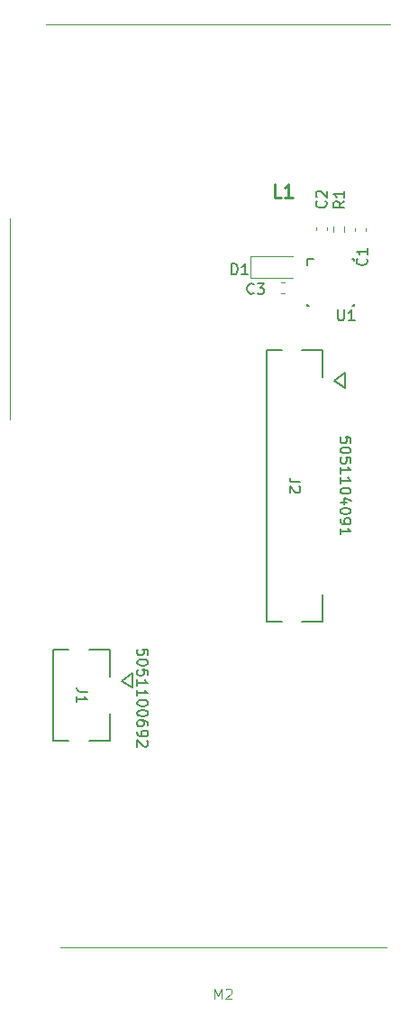
<source format=gto>
G04 #@! TF.GenerationSoftware,KiCad,Pcbnew,9.0.1+1*
G04 #@! TF.CreationDate,2025-11-12T15:12:09+00:00*
G04 #@! TF.ProjectId,lcd-panel,6c63642d-7061-46e6-956c-2e6b69636164,rev?*
G04 #@! TF.SameCoordinates,Original*
G04 #@! TF.FileFunction,Legend,Top*
G04 #@! TF.FilePolarity,Positive*
%FSLAX46Y46*%
G04 Gerber Fmt 4.6, Leading zero omitted, Abs format (unit mm)*
G04 Created by KiCad (PCBNEW 9.0.1+1) date 2025-11-12 15:12:09*
%MOMM*%
%LPD*%
G01*
G04 APERTURE LIST*
%ADD10C,0.100000*%
%ADD11C,0.150000*%
%ADD12C,0.254000*%
%ADD13C,0.050000*%
%ADD14C,0.120000*%
%ADD15C,0.200000*%
%ADD16C,0.152400*%
%ADD17R,2.540000X2.000000*%
%ADD18R,1.800000X4.500000*%
%ADD19R,0.599999X0.249999*%
%ADD20R,0.249999X0.599999*%
%ADD21C,0.500000*%
%ADD22R,2.600000X2.600000*%
%ADD23R,1.000000X0.300000*%
%ADD24R,1.300000X2.000000*%
G04 APERTURE END LIST*
D10*
X107590476Y-144067419D02*
X107590476Y-143067419D01*
X107590476Y-143067419D02*
X107923809Y-143781704D01*
X107923809Y-143781704D02*
X108257142Y-143067419D01*
X108257142Y-143067419D02*
X108257142Y-144067419D01*
X108685714Y-143162657D02*
X108733333Y-143115038D01*
X108733333Y-143115038D02*
X108828571Y-143067419D01*
X108828571Y-143067419D02*
X109066666Y-143067419D01*
X109066666Y-143067419D02*
X109161904Y-143115038D01*
X109161904Y-143115038D02*
X109209523Y-143162657D01*
X109209523Y-143162657D02*
X109257142Y-143257895D01*
X109257142Y-143257895D02*
X109257142Y-143353133D01*
X109257142Y-143353133D02*
X109209523Y-143495990D01*
X109209523Y-143495990D02*
X108638095Y-144067419D01*
X108638095Y-144067419D02*
X109257142Y-144067419D01*
D11*
X109241903Y-76059820D02*
X109241903Y-75059820D01*
X109241903Y-75059820D02*
X109479998Y-75059820D01*
X109479998Y-75059820D02*
X109622855Y-75107439D01*
X109622855Y-75107439D02*
X109718093Y-75202677D01*
X109718093Y-75202677D02*
X109765712Y-75297915D01*
X109765712Y-75297915D02*
X109813331Y-75488391D01*
X109813331Y-75488391D02*
X109813331Y-75631248D01*
X109813331Y-75631248D02*
X109765712Y-75821724D01*
X109765712Y-75821724D02*
X109718093Y-75916962D01*
X109718093Y-75916962D02*
X109622855Y-76012201D01*
X109622855Y-76012201D02*
X109479998Y-76059820D01*
X109479998Y-76059820D02*
X109241903Y-76059820D01*
X110765712Y-76059820D02*
X110194284Y-76059820D01*
X110479998Y-76059820D02*
X110479998Y-75059820D01*
X110479998Y-75059820D02*
X110384760Y-75202677D01*
X110384760Y-75202677D02*
X110289522Y-75297915D01*
X110289522Y-75297915D02*
X110194284Y-75345534D01*
X119824817Y-69211667D02*
X119348626Y-69545000D01*
X119824817Y-69783095D02*
X118824817Y-69783095D01*
X118824817Y-69783095D02*
X118824817Y-69402143D01*
X118824817Y-69402143D02*
X118872436Y-69306905D01*
X118872436Y-69306905D02*
X118920055Y-69259286D01*
X118920055Y-69259286D02*
X119015293Y-69211667D01*
X119015293Y-69211667D02*
X119158150Y-69211667D01*
X119158150Y-69211667D02*
X119253388Y-69259286D01*
X119253388Y-69259286D02*
X119301007Y-69306905D01*
X119301007Y-69306905D02*
X119348626Y-69402143D01*
X119348626Y-69402143D02*
X119348626Y-69783095D01*
X119824817Y-68259286D02*
X119824817Y-68830714D01*
X119824817Y-68545000D02*
X118824817Y-68545000D01*
X118824817Y-68545000D02*
X118967674Y-68640238D01*
X118967674Y-68640238D02*
X119062912Y-68735476D01*
X119062912Y-68735476D02*
X119110531Y-68830714D01*
X118069578Y-69181667D02*
X118117198Y-69229286D01*
X118117198Y-69229286D02*
X118164817Y-69372143D01*
X118164817Y-69372143D02*
X118164817Y-69467381D01*
X118164817Y-69467381D02*
X118117198Y-69610238D01*
X118117198Y-69610238D02*
X118021959Y-69705476D01*
X118021959Y-69705476D02*
X117926721Y-69753095D01*
X117926721Y-69753095D02*
X117736245Y-69800714D01*
X117736245Y-69800714D02*
X117593388Y-69800714D01*
X117593388Y-69800714D02*
X117402912Y-69753095D01*
X117402912Y-69753095D02*
X117307674Y-69705476D01*
X117307674Y-69705476D02*
X117212436Y-69610238D01*
X117212436Y-69610238D02*
X117164817Y-69467381D01*
X117164817Y-69467381D02*
X117164817Y-69372143D01*
X117164817Y-69372143D02*
X117212436Y-69229286D01*
X117212436Y-69229286D02*
X117260055Y-69181667D01*
X117260055Y-68800714D02*
X117212436Y-68753095D01*
X117212436Y-68753095D02*
X117164817Y-68657857D01*
X117164817Y-68657857D02*
X117164817Y-68419762D01*
X117164817Y-68419762D02*
X117212436Y-68324524D01*
X117212436Y-68324524D02*
X117260055Y-68276905D01*
X117260055Y-68276905D02*
X117355293Y-68229286D01*
X117355293Y-68229286D02*
X117450531Y-68229286D01*
X117450531Y-68229286D02*
X117593388Y-68276905D01*
X117593388Y-68276905D02*
X118164817Y-68848333D01*
X118164817Y-68848333D02*
X118164817Y-68229286D01*
D12*
X113868331Y-68829319D02*
X113263569Y-68829319D01*
X113263569Y-68829319D02*
X113263569Y-67559319D01*
X114956903Y-68829319D02*
X114231188Y-68829319D01*
X114594045Y-68829319D02*
X114594045Y-67559319D01*
X114594045Y-67559319D02*
X114473093Y-67740747D01*
X114473093Y-67740747D02*
X114352141Y-67861700D01*
X114352141Y-67861700D02*
X114231188Y-67922176D01*
D11*
X119238092Y-79374820D02*
X119238092Y-80184343D01*
X119238092Y-80184343D02*
X119285711Y-80279581D01*
X119285711Y-80279581D02*
X119333330Y-80327201D01*
X119333330Y-80327201D02*
X119428568Y-80374820D01*
X119428568Y-80374820D02*
X119619044Y-80374820D01*
X119619044Y-80374820D02*
X119714282Y-80327201D01*
X119714282Y-80327201D02*
X119761901Y-80279581D01*
X119761901Y-80279581D02*
X119809520Y-80184343D01*
X119809520Y-80184343D02*
X119809520Y-79374820D01*
X120809520Y-80374820D02*
X120238092Y-80374820D01*
X120523806Y-80374820D02*
X120523806Y-79374820D01*
X120523806Y-79374820D02*
X120428568Y-79517677D01*
X120428568Y-79517677D02*
X120333330Y-79612915D01*
X120333330Y-79612915D02*
X120238092Y-79660534D01*
X115695180Y-95556666D02*
X114980895Y-95556666D01*
X114980895Y-95556666D02*
X114838038Y-95509047D01*
X114838038Y-95509047D02*
X114742800Y-95413809D01*
X114742800Y-95413809D02*
X114695180Y-95270952D01*
X114695180Y-95270952D02*
X114695180Y-95175714D01*
X115599942Y-95985238D02*
X115647561Y-96032857D01*
X115647561Y-96032857D02*
X115695180Y-96128095D01*
X115695180Y-96128095D02*
X115695180Y-96366190D01*
X115695180Y-96366190D02*
X115647561Y-96461428D01*
X115647561Y-96461428D02*
X115599942Y-96509047D01*
X115599942Y-96509047D02*
X115504704Y-96556666D01*
X115504704Y-96556666D02*
X115409466Y-96556666D01*
X115409466Y-96556666D02*
X115266609Y-96509047D01*
X115266609Y-96509047D02*
X114695180Y-95937619D01*
X114695180Y-95937619D02*
X114695180Y-96556666D01*
X120439530Y-91842380D02*
X120439530Y-91366190D01*
X120439530Y-91366190D02*
X119963340Y-91318571D01*
X119963340Y-91318571D02*
X120010959Y-91366190D01*
X120010959Y-91366190D02*
X120058578Y-91461428D01*
X120058578Y-91461428D02*
X120058578Y-91699523D01*
X120058578Y-91699523D02*
X120010959Y-91794761D01*
X120010959Y-91794761D02*
X119963340Y-91842380D01*
X119963340Y-91842380D02*
X119868102Y-91889999D01*
X119868102Y-91889999D02*
X119630007Y-91889999D01*
X119630007Y-91889999D02*
X119534769Y-91842380D01*
X119534769Y-91842380D02*
X119487150Y-91794761D01*
X119487150Y-91794761D02*
X119439530Y-91699523D01*
X119439530Y-91699523D02*
X119439530Y-91461428D01*
X119439530Y-91461428D02*
X119487150Y-91366190D01*
X119487150Y-91366190D02*
X119534769Y-91318571D01*
X120439530Y-92509047D02*
X120439530Y-92604285D01*
X120439530Y-92604285D02*
X120391911Y-92699523D01*
X120391911Y-92699523D02*
X120344292Y-92747142D01*
X120344292Y-92747142D02*
X120249054Y-92794761D01*
X120249054Y-92794761D02*
X120058578Y-92842380D01*
X120058578Y-92842380D02*
X119820483Y-92842380D01*
X119820483Y-92842380D02*
X119630007Y-92794761D01*
X119630007Y-92794761D02*
X119534769Y-92747142D01*
X119534769Y-92747142D02*
X119487150Y-92699523D01*
X119487150Y-92699523D02*
X119439530Y-92604285D01*
X119439530Y-92604285D02*
X119439530Y-92509047D01*
X119439530Y-92509047D02*
X119487150Y-92413809D01*
X119487150Y-92413809D02*
X119534769Y-92366190D01*
X119534769Y-92366190D02*
X119630007Y-92318571D01*
X119630007Y-92318571D02*
X119820483Y-92270952D01*
X119820483Y-92270952D02*
X120058578Y-92270952D01*
X120058578Y-92270952D02*
X120249054Y-92318571D01*
X120249054Y-92318571D02*
X120344292Y-92366190D01*
X120344292Y-92366190D02*
X120391911Y-92413809D01*
X120391911Y-92413809D02*
X120439530Y-92509047D01*
X120439530Y-93747142D02*
X120439530Y-93270952D01*
X120439530Y-93270952D02*
X119963340Y-93223333D01*
X119963340Y-93223333D02*
X120010959Y-93270952D01*
X120010959Y-93270952D02*
X120058578Y-93366190D01*
X120058578Y-93366190D02*
X120058578Y-93604285D01*
X120058578Y-93604285D02*
X120010959Y-93699523D01*
X120010959Y-93699523D02*
X119963340Y-93747142D01*
X119963340Y-93747142D02*
X119868102Y-93794761D01*
X119868102Y-93794761D02*
X119630007Y-93794761D01*
X119630007Y-93794761D02*
X119534769Y-93747142D01*
X119534769Y-93747142D02*
X119487150Y-93699523D01*
X119487150Y-93699523D02*
X119439530Y-93604285D01*
X119439530Y-93604285D02*
X119439530Y-93366190D01*
X119439530Y-93366190D02*
X119487150Y-93270952D01*
X119487150Y-93270952D02*
X119534769Y-93223333D01*
X119439530Y-94747142D02*
X119439530Y-94175714D01*
X119439530Y-94461428D02*
X120439530Y-94461428D01*
X120439530Y-94461428D02*
X120296673Y-94366190D01*
X120296673Y-94366190D02*
X120201435Y-94270952D01*
X120201435Y-94270952D02*
X120153816Y-94175714D01*
X119439530Y-95699523D02*
X119439530Y-95128095D01*
X119439530Y-95413809D02*
X120439530Y-95413809D01*
X120439530Y-95413809D02*
X120296673Y-95318571D01*
X120296673Y-95318571D02*
X120201435Y-95223333D01*
X120201435Y-95223333D02*
X120153816Y-95128095D01*
X120439530Y-96318571D02*
X120439530Y-96413809D01*
X120439530Y-96413809D02*
X120391911Y-96509047D01*
X120391911Y-96509047D02*
X120344292Y-96556666D01*
X120344292Y-96556666D02*
X120249054Y-96604285D01*
X120249054Y-96604285D02*
X120058578Y-96651904D01*
X120058578Y-96651904D02*
X119820483Y-96651904D01*
X119820483Y-96651904D02*
X119630007Y-96604285D01*
X119630007Y-96604285D02*
X119534769Y-96556666D01*
X119534769Y-96556666D02*
X119487150Y-96509047D01*
X119487150Y-96509047D02*
X119439530Y-96413809D01*
X119439530Y-96413809D02*
X119439530Y-96318571D01*
X119439530Y-96318571D02*
X119487150Y-96223333D01*
X119487150Y-96223333D02*
X119534769Y-96175714D01*
X119534769Y-96175714D02*
X119630007Y-96128095D01*
X119630007Y-96128095D02*
X119820483Y-96080476D01*
X119820483Y-96080476D02*
X120058578Y-96080476D01*
X120058578Y-96080476D02*
X120249054Y-96128095D01*
X120249054Y-96128095D02*
X120344292Y-96175714D01*
X120344292Y-96175714D02*
X120391911Y-96223333D01*
X120391911Y-96223333D02*
X120439530Y-96318571D01*
X120106197Y-97509047D02*
X119439530Y-97509047D01*
X120487150Y-97270952D02*
X119772864Y-97032857D01*
X119772864Y-97032857D02*
X119772864Y-97651904D01*
X120439530Y-98223333D02*
X120439530Y-98318571D01*
X120439530Y-98318571D02*
X120391911Y-98413809D01*
X120391911Y-98413809D02*
X120344292Y-98461428D01*
X120344292Y-98461428D02*
X120249054Y-98509047D01*
X120249054Y-98509047D02*
X120058578Y-98556666D01*
X120058578Y-98556666D02*
X119820483Y-98556666D01*
X119820483Y-98556666D02*
X119630007Y-98509047D01*
X119630007Y-98509047D02*
X119534769Y-98461428D01*
X119534769Y-98461428D02*
X119487150Y-98413809D01*
X119487150Y-98413809D02*
X119439530Y-98318571D01*
X119439530Y-98318571D02*
X119439530Y-98223333D01*
X119439530Y-98223333D02*
X119487150Y-98128095D01*
X119487150Y-98128095D02*
X119534769Y-98080476D01*
X119534769Y-98080476D02*
X119630007Y-98032857D01*
X119630007Y-98032857D02*
X119820483Y-97985238D01*
X119820483Y-97985238D02*
X120058578Y-97985238D01*
X120058578Y-97985238D02*
X120249054Y-98032857D01*
X120249054Y-98032857D02*
X120344292Y-98080476D01*
X120344292Y-98080476D02*
X120391911Y-98128095D01*
X120391911Y-98128095D02*
X120439530Y-98223333D01*
X119439530Y-99032857D02*
X119439530Y-99223333D01*
X119439530Y-99223333D02*
X119487150Y-99318571D01*
X119487150Y-99318571D02*
X119534769Y-99366190D01*
X119534769Y-99366190D02*
X119677626Y-99461428D01*
X119677626Y-99461428D02*
X119868102Y-99509047D01*
X119868102Y-99509047D02*
X120249054Y-99509047D01*
X120249054Y-99509047D02*
X120344292Y-99461428D01*
X120344292Y-99461428D02*
X120391911Y-99413809D01*
X120391911Y-99413809D02*
X120439530Y-99318571D01*
X120439530Y-99318571D02*
X120439530Y-99128095D01*
X120439530Y-99128095D02*
X120391911Y-99032857D01*
X120391911Y-99032857D02*
X120344292Y-98985238D01*
X120344292Y-98985238D02*
X120249054Y-98937619D01*
X120249054Y-98937619D02*
X120010959Y-98937619D01*
X120010959Y-98937619D02*
X119915721Y-98985238D01*
X119915721Y-98985238D02*
X119868102Y-99032857D01*
X119868102Y-99032857D02*
X119820483Y-99128095D01*
X119820483Y-99128095D02*
X119820483Y-99318571D01*
X119820483Y-99318571D02*
X119868102Y-99413809D01*
X119868102Y-99413809D02*
X119915721Y-99461428D01*
X119915721Y-99461428D02*
X120010959Y-99509047D01*
X119439530Y-100461428D02*
X119439530Y-99890000D01*
X119439530Y-100175714D02*
X120439530Y-100175714D01*
X120439530Y-100175714D02*
X120296673Y-100080476D01*
X120296673Y-100080476D02*
X120201435Y-99985238D01*
X120201435Y-99985238D02*
X120153816Y-99890000D01*
X111323331Y-77814581D02*
X111275712Y-77862201D01*
X111275712Y-77862201D02*
X111132855Y-77909820D01*
X111132855Y-77909820D02*
X111037617Y-77909820D01*
X111037617Y-77909820D02*
X110894760Y-77862201D01*
X110894760Y-77862201D02*
X110799522Y-77766962D01*
X110799522Y-77766962D02*
X110751903Y-77671724D01*
X110751903Y-77671724D02*
X110704284Y-77481248D01*
X110704284Y-77481248D02*
X110704284Y-77338391D01*
X110704284Y-77338391D02*
X110751903Y-77147915D01*
X110751903Y-77147915D02*
X110799522Y-77052677D01*
X110799522Y-77052677D02*
X110894760Y-76957439D01*
X110894760Y-76957439D02*
X111037617Y-76909820D01*
X111037617Y-76909820D02*
X111132855Y-76909820D01*
X111132855Y-76909820D02*
X111275712Y-76957439D01*
X111275712Y-76957439D02*
X111323331Y-77005058D01*
X111656665Y-76909820D02*
X112275712Y-76909820D01*
X112275712Y-76909820D02*
X111942379Y-77290772D01*
X111942379Y-77290772D02*
X112085236Y-77290772D01*
X112085236Y-77290772D02*
X112180474Y-77338391D01*
X112180474Y-77338391D02*
X112228093Y-77386010D01*
X112228093Y-77386010D02*
X112275712Y-77481248D01*
X112275712Y-77481248D02*
X112275712Y-77719343D01*
X112275712Y-77719343D02*
X112228093Y-77814581D01*
X112228093Y-77814581D02*
X112180474Y-77862201D01*
X112180474Y-77862201D02*
X112085236Y-77909820D01*
X112085236Y-77909820D02*
X111799522Y-77909820D01*
X111799522Y-77909820D02*
X111704284Y-77862201D01*
X111704284Y-77862201D02*
X111656665Y-77814581D01*
X95695179Y-115216664D02*
X94980894Y-115216664D01*
X94980894Y-115216664D02*
X94838037Y-115169045D01*
X94838037Y-115169045D02*
X94742799Y-115073807D01*
X94742799Y-115073807D02*
X94695179Y-114930950D01*
X94695179Y-114930950D02*
X94695179Y-114835712D01*
X94695179Y-116216664D02*
X94695179Y-115645236D01*
X94695179Y-115930950D02*
X95695179Y-115930950D01*
X95695179Y-115930950D02*
X95552322Y-115835712D01*
X95552322Y-115835712D02*
X95457084Y-115740474D01*
X95457084Y-115740474D02*
X95409465Y-115645236D01*
X101365179Y-111762378D02*
X101365179Y-111286188D01*
X101365179Y-111286188D02*
X100888989Y-111238569D01*
X100888989Y-111238569D02*
X100936608Y-111286188D01*
X100936608Y-111286188D02*
X100984227Y-111381426D01*
X100984227Y-111381426D02*
X100984227Y-111619521D01*
X100984227Y-111619521D02*
X100936608Y-111714759D01*
X100936608Y-111714759D02*
X100888989Y-111762378D01*
X100888989Y-111762378D02*
X100793751Y-111809997D01*
X100793751Y-111809997D02*
X100555656Y-111809997D01*
X100555656Y-111809997D02*
X100460418Y-111762378D01*
X100460418Y-111762378D02*
X100412799Y-111714759D01*
X100412799Y-111714759D02*
X100365179Y-111619521D01*
X100365179Y-111619521D02*
X100365179Y-111381426D01*
X100365179Y-111381426D02*
X100412799Y-111286188D01*
X100412799Y-111286188D02*
X100460418Y-111238569D01*
X101365179Y-112429045D02*
X101365179Y-112524283D01*
X101365179Y-112524283D02*
X101317560Y-112619521D01*
X101317560Y-112619521D02*
X101269941Y-112667140D01*
X101269941Y-112667140D02*
X101174703Y-112714759D01*
X101174703Y-112714759D02*
X100984227Y-112762378D01*
X100984227Y-112762378D02*
X100746132Y-112762378D01*
X100746132Y-112762378D02*
X100555656Y-112714759D01*
X100555656Y-112714759D02*
X100460418Y-112667140D01*
X100460418Y-112667140D02*
X100412799Y-112619521D01*
X100412799Y-112619521D02*
X100365179Y-112524283D01*
X100365179Y-112524283D02*
X100365179Y-112429045D01*
X100365179Y-112429045D02*
X100412799Y-112333807D01*
X100412799Y-112333807D02*
X100460418Y-112286188D01*
X100460418Y-112286188D02*
X100555656Y-112238569D01*
X100555656Y-112238569D02*
X100746132Y-112190950D01*
X100746132Y-112190950D02*
X100984227Y-112190950D01*
X100984227Y-112190950D02*
X101174703Y-112238569D01*
X101174703Y-112238569D02*
X101269941Y-112286188D01*
X101269941Y-112286188D02*
X101317560Y-112333807D01*
X101317560Y-112333807D02*
X101365179Y-112429045D01*
X101365179Y-113667140D02*
X101365179Y-113190950D01*
X101365179Y-113190950D02*
X100888989Y-113143331D01*
X100888989Y-113143331D02*
X100936608Y-113190950D01*
X100936608Y-113190950D02*
X100984227Y-113286188D01*
X100984227Y-113286188D02*
X100984227Y-113524283D01*
X100984227Y-113524283D02*
X100936608Y-113619521D01*
X100936608Y-113619521D02*
X100888989Y-113667140D01*
X100888989Y-113667140D02*
X100793751Y-113714759D01*
X100793751Y-113714759D02*
X100555656Y-113714759D01*
X100555656Y-113714759D02*
X100460418Y-113667140D01*
X100460418Y-113667140D02*
X100412799Y-113619521D01*
X100412799Y-113619521D02*
X100365179Y-113524283D01*
X100365179Y-113524283D02*
X100365179Y-113286188D01*
X100365179Y-113286188D02*
X100412799Y-113190950D01*
X100412799Y-113190950D02*
X100460418Y-113143331D01*
X100365179Y-114667140D02*
X100365179Y-114095712D01*
X100365179Y-114381426D02*
X101365179Y-114381426D01*
X101365179Y-114381426D02*
X101222322Y-114286188D01*
X101222322Y-114286188D02*
X101127084Y-114190950D01*
X101127084Y-114190950D02*
X101079465Y-114095712D01*
X100365179Y-115619521D02*
X100365179Y-115048093D01*
X100365179Y-115333807D02*
X101365179Y-115333807D01*
X101365179Y-115333807D02*
X101222322Y-115238569D01*
X101222322Y-115238569D02*
X101127084Y-115143331D01*
X101127084Y-115143331D02*
X101079465Y-115048093D01*
X101365179Y-116238569D02*
X101365179Y-116333807D01*
X101365179Y-116333807D02*
X101317560Y-116429045D01*
X101317560Y-116429045D02*
X101269941Y-116476664D01*
X101269941Y-116476664D02*
X101174703Y-116524283D01*
X101174703Y-116524283D02*
X100984227Y-116571902D01*
X100984227Y-116571902D02*
X100746132Y-116571902D01*
X100746132Y-116571902D02*
X100555656Y-116524283D01*
X100555656Y-116524283D02*
X100460418Y-116476664D01*
X100460418Y-116476664D02*
X100412799Y-116429045D01*
X100412799Y-116429045D02*
X100365179Y-116333807D01*
X100365179Y-116333807D02*
X100365179Y-116238569D01*
X100365179Y-116238569D02*
X100412799Y-116143331D01*
X100412799Y-116143331D02*
X100460418Y-116095712D01*
X100460418Y-116095712D02*
X100555656Y-116048093D01*
X100555656Y-116048093D02*
X100746132Y-116000474D01*
X100746132Y-116000474D02*
X100984227Y-116000474D01*
X100984227Y-116000474D02*
X101174703Y-116048093D01*
X101174703Y-116048093D02*
X101269941Y-116095712D01*
X101269941Y-116095712D02*
X101317560Y-116143331D01*
X101317560Y-116143331D02*
X101365179Y-116238569D01*
X101365179Y-117190950D02*
X101365179Y-117286188D01*
X101365179Y-117286188D02*
X101317560Y-117381426D01*
X101317560Y-117381426D02*
X101269941Y-117429045D01*
X101269941Y-117429045D02*
X101174703Y-117476664D01*
X101174703Y-117476664D02*
X100984227Y-117524283D01*
X100984227Y-117524283D02*
X100746132Y-117524283D01*
X100746132Y-117524283D02*
X100555656Y-117476664D01*
X100555656Y-117476664D02*
X100460418Y-117429045D01*
X100460418Y-117429045D02*
X100412799Y-117381426D01*
X100412799Y-117381426D02*
X100365179Y-117286188D01*
X100365179Y-117286188D02*
X100365179Y-117190950D01*
X100365179Y-117190950D02*
X100412799Y-117095712D01*
X100412799Y-117095712D02*
X100460418Y-117048093D01*
X100460418Y-117048093D02*
X100555656Y-117000474D01*
X100555656Y-117000474D02*
X100746132Y-116952855D01*
X100746132Y-116952855D02*
X100984227Y-116952855D01*
X100984227Y-116952855D02*
X101174703Y-117000474D01*
X101174703Y-117000474D02*
X101269941Y-117048093D01*
X101269941Y-117048093D02*
X101317560Y-117095712D01*
X101317560Y-117095712D02*
X101365179Y-117190950D01*
X101365179Y-118381426D02*
X101365179Y-118190950D01*
X101365179Y-118190950D02*
X101317560Y-118095712D01*
X101317560Y-118095712D02*
X101269941Y-118048093D01*
X101269941Y-118048093D02*
X101127084Y-117952855D01*
X101127084Y-117952855D02*
X100936608Y-117905236D01*
X100936608Y-117905236D02*
X100555656Y-117905236D01*
X100555656Y-117905236D02*
X100460418Y-117952855D01*
X100460418Y-117952855D02*
X100412799Y-118000474D01*
X100412799Y-118000474D02*
X100365179Y-118095712D01*
X100365179Y-118095712D02*
X100365179Y-118286188D01*
X100365179Y-118286188D02*
X100412799Y-118381426D01*
X100412799Y-118381426D02*
X100460418Y-118429045D01*
X100460418Y-118429045D02*
X100555656Y-118476664D01*
X100555656Y-118476664D02*
X100793751Y-118476664D01*
X100793751Y-118476664D02*
X100888989Y-118429045D01*
X100888989Y-118429045D02*
X100936608Y-118381426D01*
X100936608Y-118381426D02*
X100984227Y-118286188D01*
X100984227Y-118286188D02*
X100984227Y-118095712D01*
X100984227Y-118095712D02*
X100936608Y-118000474D01*
X100936608Y-118000474D02*
X100888989Y-117952855D01*
X100888989Y-117952855D02*
X100793751Y-117905236D01*
X100365179Y-118952855D02*
X100365179Y-119143331D01*
X100365179Y-119143331D02*
X100412799Y-119238569D01*
X100412799Y-119238569D02*
X100460418Y-119286188D01*
X100460418Y-119286188D02*
X100603275Y-119381426D01*
X100603275Y-119381426D02*
X100793751Y-119429045D01*
X100793751Y-119429045D02*
X101174703Y-119429045D01*
X101174703Y-119429045D02*
X101269941Y-119381426D01*
X101269941Y-119381426D02*
X101317560Y-119333807D01*
X101317560Y-119333807D02*
X101365179Y-119238569D01*
X101365179Y-119238569D02*
X101365179Y-119048093D01*
X101365179Y-119048093D02*
X101317560Y-118952855D01*
X101317560Y-118952855D02*
X101269941Y-118905236D01*
X101269941Y-118905236D02*
X101174703Y-118857617D01*
X101174703Y-118857617D02*
X100936608Y-118857617D01*
X100936608Y-118857617D02*
X100841370Y-118905236D01*
X100841370Y-118905236D02*
X100793751Y-118952855D01*
X100793751Y-118952855D02*
X100746132Y-119048093D01*
X100746132Y-119048093D02*
X100746132Y-119238569D01*
X100746132Y-119238569D02*
X100793751Y-119333807D01*
X100793751Y-119333807D02*
X100841370Y-119381426D01*
X100841370Y-119381426D02*
X100936608Y-119429045D01*
X101269941Y-119809998D02*
X101317560Y-119857617D01*
X101317560Y-119857617D02*
X101365179Y-119952855D01*
X101365179Y-119952855D02*
X101365179Y-120190950D01*
X101365179Y-120190950D02*
X101317560Y-120286188D01*
X101317560Y-120286188D02*
X101269941Y-120333807D01*
X101269941Y-120333807D02*
X101174703Y-120381426D01*
X101174703Y-120381426D02*
X101079465Y-120381426D01*
X101079465Y-120381426D02*
X100936608Y-120333807D01*
X100936608Y-120333807D02*
X100365179Y-119762379D01*
X100365179Y-119762379D02*
X100365179Y-120381426D01*
X121889580Y-74586666D02*
X121937200Y-74634285D01*
X121937200Y-74634285D02*
X121984819Y-74777142D01*
X121984819Y-74777142D02*
X121984819Y-74872380D01*
X121984819Y-74872380D02*
X121937200Y-75015237D01*
X121937200Y-75015237D02*
X121841961Y-75110475D01*
X121841961Y-75110475D02*
X121746723Y-75158094D01*
X121746723Y-75158094D02*
X121556247Y-75205713D01*
X121556247Y-75205713D02*
X121413390Y-75205713D01*
X121413390Y-75205713D02*
X121222914Y-75158094D01*
X121222914Y-75158094D02*
X121127676Y-75110475D01*
X121127676Y-75110475D02*
X121032438Y-75015237D01*
X121032438Y-75015237D02*
X120984819Y-74872380D01*
X120984819Y-74872380D02*
X120984819Y-74777142D01*
X120984819Y-74777142D02*
X121032438Y-74634285D01*
X121032438Y-74634285D02*
X121080057Y-74586666D01*
X121984819Y-73634285D02*
X121984819Y-74205713D01*
X121984819Y-73919999D02*
X120984819Y-73919999D01*
X120984819Y-73919999D02*
X121127676Y-74015237D01*
X121127676Y-74015237D02*
X121222914Y-74110475D01*
X121222914Y-74110475D02*
X121270533Y-74205713D01*
D13*
X88390000Y-70830000D02*
X88400000Y-89720000D01*
X93100000Y-139210000D02*
X123750000Y-139210000D01*
X124140000Y-52570000D02*
X91820000Y-52570000D01*
D14*
X110989998Y-74395001D02*
X110989998Y-76395001D01*
X110989998Y-74395001D02*
X114999998Y-74395001D01*
X110989998Y-76395001D02*
X114999998Y-76395001D01*
X118777498Y-71540277D02*
X118777498Y-72049725D01*
X119822498Y-71540277D02*
X119822498Y-72049725D01*
X117169998Y-71638734D02*
X117169998Y-71931268D01*
X118189998Y-71638734D02*
X118189998Y-71931268D01*
D15*
X116305000Y-74595002D02*
X116954999Y-74595002D01*
X116305000Y-75245000D02*
X116305000Y-74595002D01*
X116305000Y-79045000D02*
X116305000Y-78845001D01*
X116305000Y-79045000D02*
X116505000Y-79045000D01*
X120554999Y-74595002D02*
X120754999Y-74595002D01*
X120554999Y-79045000D02*
X120754999Y-79045000D01*
X120754999Y-74795001D02*
X120754999Y-74595002D01*
X120754999Y-79045000D02*
X120754999Y-78845001D01*
D16*
X112500000Y-83140026D02*
X112500000Y-108639974D01*
X112500000Y-108639974D02*
X113929961Y-108639974D01*
X113929961Y-83140026D02*
X112500000Y-83140026D01*
X115870040Y-108639974D02*
X117800000Y-108639974D01*
X117800000Y-83140026D02*
X115870040Y-83140026D01*
X117800000Y-85669959D02*
X117800000Y-83140026D01*
X117800000Y-108639974D02*
X117800000Y-106110038D01*
X119886000Y-85299026D02*
X118870000Y-86061026D01*
X119886000Y-85299026D02*
X119886000Y-86696026D01*
X119886000Y-86696026D02*
X118870000Y-86061026D01*
D14*
X113903731Y-76845001D02*
X114196265Y-76845001D01*
X113903731Y-77865001D02*
X114196265Y-77865001D01*
D16*
X92499999Y-111300007D02*
X92499999Y-119799989D01*
X92499999Y-119799989D02*
X93929960Y-119799989D01*
X93929960Y-111300007D02*
X92499999Y-111300007D01*
X95870039Y-119799989D02*
X97799999Y-119799989D01*
X97799999Y-111300007D02*
X95870039Y-111300007D01*
X97799999Y-113829958D02*
X97799999Y-111300007D01*
X97799999Y-119799989D02*
X97799999Y-117270038D01*
X99885999Y-113459006D02*
X98869999Y-114221007D01*
X99885999Y-113459006D02*
X99885999Y-114856006D01*
X99885999Y-114856006D02*
X98869999Y-114221007D01*
D14*
X120860000Y-71713733D02*
X120860000Y-72006267D01*
X121880000Y-71713733D02*
X121880000Y-72006267D01*
%LPC*%
D17*
X88400000Y-51440000D03*
G36*
G01*
X90725000Y-51065000D02*
X90725000Y-51815000D01*
G75*
G02*
X90475000Y-52065000I-250000J0D01*
G01*
X89725000Y-52065000D01*
G75*
G02*
X89475000Y-51815000I0J250000D01*
G01*
X89475000Y-51065000D01*
G75*
G02*
X89725000Y-50815000I250000J0D01*
G01*
X90475000Y-50815000D01*
G75*
G02*
X90725000Y-51065000I0J-250000D01*
G01*
G37*
X88400000Y-53980000D03*
G36*
G01*
X90725000Y-53605000D02*
X90725000Y-54355000D01*
G75*
G02*
X90475000Y-54605000I-250000J0D01*
G01*
X89725000Y-54605000D01*
G75*
G02*
X89475000Y-54355000I0J250000D01*
G01*
X89475000Y-53605000D01*
G75*
G02*
X89725000Y-53355000I250000J0D01*
G01*
X90475000Y-53355000D01*
G75*
G02*
X90725000Y-53605000I0J-250000D01*
G01*
G37*
X88400000Y-56520000D03*
G36*
G01*
X90725000Y-56145000D02*
X90725000Y-56895000D01*
G75*
G02*
X90475000Y-57145000I-250000J0D01*
G01*
X89725000Y-57145000D01*
G75*
G02*
X89475000Y-56895000I0J250000D01*
G01*
X89475000Y-56145000D01*
G75*
G02*
X89725000Y-55895000I250000J0D01*
G01*
X90475000Y-55895000D01*
G75*
G02*
X90725000Y-56145000I0J-250000D01*
G01*
G37*
X88400000Y-59060000D03*
G36*
G01*
X90725000Y-58685000D02*
X90725000Y-59435000D01*
G75*
G02*
X90475000Y-59685000I-250000J0D01*
G01*
X89725000Y-59685000D01*
G75*
G02*
X89475000Y-59435000I0J250000D01*
G01*
X89475000Y-58685000D01*
G75*
G02*
X89725000Y-58435000I250000J0D01*
G01*
X90475000Y-58435000D01*
G75*
G02*
X90725000Y-58685000I0J-250000D01*
G01*
G37*
X88400000Y-61600000D03*
G36*
G01*
X90725000Y-61225000D02*
X90725000Y-61975000D01*
G75*
G02*
X90475000Y-62225000I-250000J0D01*
G01*
X89725000Y-62225000D01*
G75*
G02*
X89475000Y-61975000I0J250000D01*
G01*
X89475000Y-61225000D01*
G75*
G02*
X89725000Y-60975000I250000J0D01*
G01*
X90475000Y-60975000D01*
G75*
G02*
X90725000Y-61225000I0J-250000D01*
G01*
G37*
X88400000Y-64140000D03*
G36*
G01*
X90725000Y-63765000D02*
X90725000Y-64515000D01*
G75*
G02*
X90475000Y-64765000I-250000J0D01*
G01*
X89725000Y-64765000D01*
G75*
G02*
X89475000Y-64515000I0J250000D01*
G01*
X89475000Y-63765000D01*
G75*
G02*
X89725000Y-63515000I250000J0D01*
G01*
X90475000Y-63515000D01*
G75*
G02*
X90725000Y-63765000I0J-250000D01*
G01*
G37*
X88400000Y-66680000D03*
G36*
G01*
X90725000Y-66305000D02*
X90725000Y-67055000D01*
G75*
G02*
X90475000Y-67305000I-250000J0D01*
G01*
X89725000Y-67305000D01*
G75*
G02*
X89475000Y-67055000I0J250000D01*
G01*
X89475000Y-66305000D01*
G75*
G02*
X89725000Y-66055000I250000J0D01*
G01*
X90475000Y-66055000D01*
G75*
G02*
X90725000Y-66305000I0J-250000D01*
G01*
G37*
X88400000Y-69220000D03*
G36*
G01*
X90725000Y-68845000D02*
X90725000Y-69595000D01*
G75*
G02*
X90475000Y-69845000I-250000J0D01*
G01*
X89725000Y-69845000D01*
G75*
G02*
X89475000Y-69595000I0J250000D01*
G01*
X89475000Y-68845000D01*
G75*
G02*
X89725000Y-68595000I250000J0D01*
G01*
X90475000Y-68595000D01*
G75*
G02*
X90725000Y-68845000I0J-250000D01*
G01*
G37*
X88400000Y-92080000D03*
G36*
G01*
X90725000Y-91705000D02*
X90725000Y-92455000D01*
G75*
G02*
X90475000Y-92705000I-250000J0D01*
G01*
X89725000Y-92705000D01*
G75*
G02*
X89475000Y-92455000I0J250000D01*
G01*
X89475000Y-91705000D01*
G75*
G02*
X89725000Y-91455000I250000J0D01*
G01*
X90475000Y-91455000D01*
G75*
G02*
X90725000Y-91705000I0J-250000D01*
G01*
G37*
X88400000Y-94620000D03*
G36*
G01*
X90725000Y-94245000D02*
X90725000Y-94995000D01*
G75*
G02*
X90475000Y-95245000I-250000J0D01*
G01*
X89725000Y-95245000D01*
G75*
G02*
X89475000Y-94995000I0J250000D01*
G01*
X89475000Y-94245000D01*
G75*
G02*
X89725000Y-93995000I250000J0D01*
G01*
X90475000Y-93995000D01*
G75*
G02*
X90725000Y-94245000I0J-250000D01*
G01*
G37*
X88400000Y-97160000D03*
G36*
G01*
X90725000Y-96785000D02*
X90725000Y-97535000D01*
G75*
G02*
X90475000Y-97785000I-250000J0D01*
G01*
X89725000Y-97785000D01*
G75*
G02*
X89475000Y-97535000I0J250000D01*
G01*
X89475000Y-96785000D01*
G75*
G02*
X89725000Y-96535000I250000J0D01*
G01*
X90475000Y-96535000D01*
G75*
G02*
X90725000Y-96785000I0J-250000D01*
G01*
G37*
X88400000Y-99700000D03*
G36*
G01*
X90725000Y-99325000D02*
X90725000Y-100075000D01*
G75*
G02*
X90475000Y-100325000I-250000J0D01*
G01*
X89725000Y-100325000D01*
G75*
G02*
X89475000Y-100075000I0J250000D01*
G01*
X89475000Y-99325000D01*
G75*
G02*
X89725000Y-99075000I250000J0D01*
G01*
X90475000Y-99075000D01*
G75*
G02*
X90725000Y-99325000I0J-250000D01*
G01*
G37*
X88400000Y-102240000D03*
G36*
G01*
X90725000Y-101865000D02*
X90725000Y-102615000D01*
G75*
G02*
X90475000Y-102865000I-250000J0D01*
G01*
X89725000Y-102865000D01*
G75*
G02*
X89475000Y-102615000I0J250000D01*
G01*
X89475000Y-101865000D01*
G75*
G02*
X89725000Y-101615000I250000J0D01*
G01*
X90475000Y-101615000D01*
G75*
G02*
X90725000Y-101865000I0J-250000D01*
G01*
G37*
X88400000Y-104780000D03*
G36*
G01*
X90725000Y-104405000D02*
X90725000Y-105155000D01*
G75*
G02*
X90475000Y-105405000I-250000J0D01*
G01*
X89725000Y-105405000D01*
G75*
G02*
X89475000Y-105155000I0J250000D01*
G01*
X89475000Y-104405000D01*
G75*
G02*
X89725000Y-104155000I250000J0D01*
G01*
X90475000Y-104155000D01*
G75*
G02*
X90725000Y-104405000I0J-250000D01*
G01*
G37*
X88400000Y-107320000D03*
G36*
G01*
X90725000Y-106945000D02*
X90725000Y-107695000D01*
G75*
G02*
X90475000Y-107945000I-250000J0D01*
G01*
X89725000Y-107945000D01*
G75*
G02*
X89475000Y-107695000I0J250000D01*
G01*
X89475000Y-106945000D01*
G75*
G02*
X89725000Y-106695000I250000J0D01*
G01*
X90475000Y-106695000D01*
G75*
G02*
X90725000Y-106945000I0J-250000D01*
G01*
G37*
X88400000Y-109860000D03*
G36*
G01*
X90725000Y-109485000D02*
X90725000Y-110235000D01*
G75*
G02*
X90475000Y-110485000I-250000J0D01*
G01*
X89725000Y-110485000D01*
G75*
G02*
X89475000Y-110235000I0J250000D01*
G01*
X89475000Y-109485000D01*
G75*
G02*
X89725000Y-109235000I250000J0D01*
G01*
X90475000Y-109235000D01*
G75*
G02*
X90725000Y-109485000I0J-250000D01*
G01*
G37*
X88400000Y-112400000D03*
G36*
G01*
X90725000Y-112025000D02*
X90725000Y-112775000D01*
G75*
G02*
X90475000Y-113025000I-250000J0D01*
G01*
X89725000Y-113025000D01*
G75*
G02*
X89475000Y-112775000I0J250000D01*
G01*
X89475000Y-112025000D01*
G75*
G02*
X89725000Y-111775000I250000J0D01*
G01*
X90475000Y-111775000D01*
G75*
G02*
X90725000Y-112025000I0J-250000D01*
G01*
G37*
X88400000Y-114940000D03*
G36*
G01*
X90725000Y-114565000D02*
X90725000Y-115315000D01*
G75*
G02*
X90475000Y-115565000I-250000J0D01*
G01*
X89725000Y-115565000D01*
G75*
G02*
X89475000Y-115315000I0J250000D01*
G01*
X89475000Y-114565000D01*
G75*
G02*
X89725000Y-114315000I250000J0D01*
G01*
X90475000Y-114315000D01*
G75*
G02*
X90725000Y-114565000I0J-250000D01*
G01*
G37*
X88400000Y-117480000D03*
G36*
G01*
X90725000Y-117105000D02*
X90725000Y-117855000D01*
G75*
G02*
X90475000Y-118105000I-250000J0D01*
G01*
X89725000Y-118105000D01*
G75*
G02*
X89475000Y-117855000I0J250000D01*
G01*
X89475000Y-117105000D01*
G75*
G02*
X89725000Y-116855000I250000J0D01*
G01*
X90475000Y-116855000D01*
G75*
G02*
X90725000Y-117105000I0J-250000D01*
G01*
G37*
X88400000Y-120020000D03*
G36*
G01*
X90725000Y-119645000D02*
X90725000Y-120395000D01*
G75*
G02*
X90475000Y-120645000I-250000J0D01*
G01*
X89725000Y-120645000D01*
G75*
G02*
X89475000Y-120395000I0J250000D01*
G01*
X89475000Y-119645000D01*
G75*
G02*
X89725000Y-119395000I250000J0D01*
G01*
X90475000Y-119395000D01*
G75*
G02*
X90725000Y-119645000I0J-250000D01*
G01*
G37*
X88400000Y-122560000D03*
G36*
G01*
X90725000Y-122185000D02*
X90725000Y-122935000D01*
G75*
G02*
X90475000Y-123185000I-250000J0D01*
G01*
X89725000Y-123185000D01*
G75*
G02*
X89475000Y-122935000I0J250000D01*
G01*
X89475000Y-122185000D01*
G75*
G02*
X89725000Y-121935000I250000J0D01*
G01*
X90475000Y-121935000D01*
G75*
G02*
X90725000Y-122185000I0J-250000D01*
G01*
G37*
X88400000Y-125100000D03*
G36*
G01*
X90725000Y-124725000D02*
X90725000Y-125475000D01*
G75*
G02*
X90475000Y-125725000I-250000J0D01*
G01*
X89725000Y-125725000D01*
G75*
G02*
X89475000Y-125475000I0J250000D01*
G01*
X89475000Y-124725000D01*
G75*
G02*
X89725000Y-124475000I250000J0D01*
G01*
X90475000Y-124475000D01*
G75*
G02*
X90725000Y-124725000I0J-250000D01*
G01*
G37*
X88400000Y-127640000D03*
G36*
G01*
X90725000Y-127265000D02*
X90725000Y-128015000D01*
G75*
G02*
X90475000Y-128265000I-250000J0D01*
G01*
X89725000Y-128265000D01*
G75*
G02*
X89475000Y-128015000I0J250000D01*
G01*
X89475000Y-127265000D01*
G75*
G02*
X89725000Y-127015000I250000J0D01*
G01*
X90475000Y-127015000D01*
G75*
G02*
X90725000Y-127265000I0J-250000D01*
G01*
G37*
X88400000Y-130180000D03*
G36*
G01*
X90725000Y-129805000D02*
X90725000Y-130555000D01*
G75*
G02*
X90475000Y-130805000I-250000J0D01*
G01*
X89725000Y-130805000D01*
G75*
G02*
X89475000Y-130555000I0J250000D01*
G01*
X89475000Y-129805000D01*
G75*
G02*
X89725000Y-129555000I250000J0D01*
G01*
X90475000Y-129555000D01*
G75*
G02*
X90725000Y-129805000I0J-250000D01*
G01*
G37*
X88400000Y-132720000D03*
G36*
G01*
X90725000Y-132345000D02*
X90725000Y-133095000D01*
G75*
G02*
X90475000Y-133345000I-250000J0D01*
G01*
X89725000Y-133345000D01*
G75*
G02*
X89475000Y-133095000I0J250000D01*
G01*
X89475000Y-132345000D01*
G75*
G02*
X89725000Y-132095000I250000J0D01*
G01*
X90475000Y-132095000D01*
G75*
G02*
X90725000Y-132345000I0J-250000D01*
G01*
G37*
X88400000Y-135260000D03*
G36*
G01*
X90725000Y-134885000D02*
X90725000Y-135635000D01*
G75*
G02*
X90475000Y-135885000I-250000J0D01*
G01*
X89725000Y-135885000D01*
G75*
G02*
X89475000Y-135635000I0J250000D01*
G01*
X89475000Y-134885000D01*
G75*
G02*
X89725000Y-134635000I250000J0D01*
G01*
X90475000Y-134635000D01*
G75*
G02*
X90725000Y-134885000I0J-250000D01*
G01*
G37*
X88400000Y-137800000D03*
G36*
G01*
X90725000Y-137425000D02*
X90725000Y-138175000D01*
G75*
G02*
X90475000Y-138425000I-250000J0D01*
G01*
X89725000Y-138425000D01*
G75*
G02*
X89475000Y-138175000I0J250000D01*
G01*
X89475000Y-137425000D01*
G75*
G02*
X89725000Y-137175000I250000J0D01*
G01*
X90475000Y-137175000D01*
G75*
G02*
X90725000Y-137425000I0J-250000D01*
G01*
G37*
X88400000Y-140340000D03*
G36*
G01*
X90725000Y-139965000D02*
X90725000Y-140715000D01*
G75*
G02*
X90475000Y-140965000I-250000J0D01*
G01*
X89725000Y-140965000D01*
G75*
G02*
X89475000Y-140715000I0J250000D01*
G01*
X89475000Y-139965000D01*
G75*
G02*
X89725000Y-139715000I250000J0D01*
G01*
X90475000Y-139715000D01*
G75*
G02*
X90725000Y-139965000I0J-250000D01*
G01*
G37*
G36*
G01*
X127325000Y-51065000D02*
X127325000Y-51815000D01*
G75*
G02*
X127075000Y-52065000I-250000J0D01*
G01*
X126325000Y-52065000D01*
G75*
G02*
X126075000Y-51815000I0J250000D01*
G01*
X126075000Y-51065000D01*
G75*
G02*
X126325000Y-50815000I250000J0D01*
G01*
X127075000Y-50815000D01*
G75*
G02*
X127325000Y-51065000I0J-250000D01*
G01*
G37*
X128400000Y-51440000D03*
G36*
G01*
X127325000Y-53605000D02*
X127325000Y-54355000D01*
G75*
G02*
X127075000Y-54605000I-250000J0D01*
G01*
X126325000Y-54605000D01*
G75*
G02*
X126075000Y-54355000I0J250000D01*
G01*
X126075000Y-53605000D01*
G75*
G02*
X126325000Y-53355000I250000J0D01*
G01*
X127075000Y-53355000D01*
G75*
G02*
X127325000Y-53605000I0J-250000D01*
G01*
G37*
X128400000Y-53980000D03*
G36*
G01*
X127325000Y-56145000D02*
X127325000Y-56895000D01*
G75*
G02*
X127075000Y-57145000I-250000J0D01*
G01*
X126325000Y-57145000D01*
G75*
G02*
X126075000Y-56895000I0J250000D01*
G01*
X126075000Y-56145000D01*
G75*
G02*
X126325000Y-55895000I250000J0D01*
G01*
X127075000Y-55895000D01*
G75*
G02*
X127325000Y-56145000I0J-250000D01*
G01*
G37*
X128400000Y-56520000D03*
G36*
G01*
X127325000Y-58685000D02*
X127325000Y-59435000D01*
G75*
G02*
X127075000Y-59685000I-250000J0D01*
G01*
X126325000Y-59685000D01*
G75*
G02*
X126075000Y-59435000I0J250000D01*
G01*
X126075000Y-58685000D01*
G75*
G02*
X126325000Y-58435000I250000J0D01*
G01*
X127075000Y-58435000D01*
G75*
G02*
X127325000Y-58685000I0J-250000D01*
G01*
G37*
X128400000Y-59060000D03*
G36*
G01*
X127325000Y-61225000D02*
X127325000Y-61975000D01*
G75*
G02*
X127075000Y-62225000I-250000J0D01*
G01*
X126325000Y-62225000D01*
G75*
G02*
X126075000Y-61975000I0J250000D01*
G01*
X126075000Y-61225000D01*
G75*
G02*
X126325000Y-60975000I250000J0D01*
G01*
X127075000Y-60975000D01*
G75*
G02*
X127325000Y-61225000I0J-250000D01*
G01*
G37*
X128400000Y-61600000D03*
G36*
G01*
X127325000Y-63765000D02*
X127325000Y-64515000D01*
G75*
G02*
X127075000Y-64765000I-250000J0D01*
G01*
X126325000Y-64765000D01*
G75*
G02*
X126075000Y-64515000I0J250000D01*
G01*
X126075000Y-63765000D01*
G75*
G02*
X126325000Y-63515000I250000J0D01*
G01*
X127075000Y-63515000D01*
G75*
G02*
X127325000Y-63765000I0J-250000D01*
G01*
G37*
X128400000Y-64140000D03*
G36*
G01*
X127325000Y-66305000D02*
X127325000Y-67055000D01*
G75*
G02*
X127075000Y-67305000I-250000J0D01*
G01*
X126325000Y-67305000D01*
G75*
G02*
X126075000Y-67055000I0J250000D01*
G01*
X126075000Y-66305000D01*
G75*
G02*
X126325000Y-66055000I250000J0D01*
G01*
X127075000Y-66055000D01*
G75*
G02*
X127325000Y-66305000I0J-250000D01*
G01*
G37*
X128400000Y-66680000D03*
G36*
G01*
X127325000Y-68845000D02*
X127325000Y-69595000D01*
G75*
G02*
X127075000Y-69845000I-250000J0D01*
G01*
X126325000Y-69845000D01*
G75*
G02*
X126075000Y-69595000I0J250000D01*
G01*
X126075000Y-68845000D01*
G75*
G02*
X126325000Y-68595000I250000J0D01*
G01*
X127075000Y-68595000D01*
G75*
G02*
X127325000Y-68845000I0J-250000D01*
G01*
G37*
X128400000Y-69220000D03*
G36*
G01*
X127325000Y-71385000D02*
X127325000Y-72135000D01*
G75*
G02*
X127075000Y-72385000I-250000J0D01*
G01*
X126325000Y-72385000D01*
G75*
G02*
X126075000Y-72135000I0J250000D01*
G01*
X126075000Y-71385000D01*
G75*
G02*
X126325000Y-71135000I250000J0D01*
G01*
X127075000Y-71135000D01*
G75*
G02*
X127325000Y-71385000I0J-250000D01*
G01*
G37*
X128400000Y-71760000D03*
G36*
G01*
X127325000Y-73925000D02*
X127325000Y-74675000D01*
G75*
G02*
X127075000Y-74925000I-250000J0D01*
G01*
X126325000Y-74925000D01*
G75*
G02*
X126075000Y-74675000I0J250000D01*
G01*
X126075000Y-73925000D01*
G75*
G02*
X126325000Y-73675000I250000J0D01*
G01*
X127075000Y-73675000D01*
G75*
G02*
X127325000Y-73925000I0J-250000D01*
G01*
G37*
X128400000Y-74300000D03*
G36*
G01*
X127325000Y-76465000D02*
X127325000Y-77215000D01*
G75*
G02*
X127075000Y-77465000I-250000J0D01*
G01*
X126325000Y-77465000D01*
G75*
G02*
X126075000Y-77215000I0J250000D01*
G01*
X126075000Y-76465000D01*
G75*
G02*
X126325000Y-76215000I250000J0D01*
G01*
X127075000Y-76215000D01*
G75*
G02*
X127325000Y-76465000I0J-250000D01*
G01*
G37*
X128400000Y-76840000D03*
G36*
G01*
X127325000Y-79005000D02*
X127325000Y-79755000D01*
G75*
G02*
X127075000Y-80005000I-250000J0D01*
G01*
X126325000Y-80005000D01*
G75*
G02*
X126075000Y-79755000I0J250000D01*
G01*
X126075000Y-79005000D01*
G75*
G02*
X126325000Y-78755000I250000J0D01*
G01*
X127075000Y-78755000D01*
G75*
G02*
X127325000Y-79005000I0J-250000D01*
G01*
G37*
X128400000Y-79380000D03*
G36*
G01*
X127325000Y-81545000D02*
X127325000Y-82295000D01*
G75*
G02*
X127075000Y-82545000I-250000J0D01*
G01*
X126325000Y-82545000D01*
G75*
G02*
X126075000Y-82295000I0J250000D01*
G01*
X126075000Y-81545000D01*
G75*
G02*
X126325000Y-81295000I250000J0D01*
G01*
X127075000Y-81295000D01*
G75*
G02*
X127325000Y-81545000I0J-250000D01*
G01*
G37*
X128400000Y-81920000D03*
G36*
G01*
X127325000Y-84085000D02*
X127325000Y-84835000D01*
G75*
G02*
X127075000Y-85085000I-250000J0D01*
G01*
X126325000Y-85085000D01*
G75*
G02*
X126075000Y-84835000I0J250000D01*
G01*
X126075000Y-84085000D01*
G75*
G02*
X126325000Y-83835000I250000J0D01*
G01*
X127075000Y-83835000D01*
G75*
G02*
X127325000Y-84085000I0J-250000D01*
G01*
G37*
X128400000Y-84460000D03*
G36*
G01*
X127325000Y-86625000D02*
X127325000Y-87375000D01*
G75*
G02*
X127075000Y-87625000I-250000J0D01*
G01*
X126325000Y-87625000D01*
G75*
G02*
X126075000Y-87375000I0J250000D01*
G01*
X126075000Y-86625000D01*
G75*
G02*
X126325000Y-86375000I250000J0D01*
G01*
X127075000Y-86375000D01*
G75*
G02*
X127325000Y-86625000I0J-250000D01*
G01*
G37*
X128400000Y-87000000D03*
G36*
G01*
X127325000Y-89165000D02*
X127325000Y-89915000D01*
G75*
G02*
X127075000Y-90165000I-250000J0D01*
G01*
X126325000Y-90165000D01*
G75*
G02*
X126075000Y-89915000I0J250000D01*
G01*
X126075000Y-89165000D01*
G75*
G02*
X126325000Y-88915000I250000J0D01*
G01*
X127075000Y-88915000D01*
G75*
G02*
X127325000Y-89165000I0J-250000D01*
G01*
G37*
X128400000Y-89540000D03*
G36*
G01*
X127325000Y-91705000D02*
X127325000Y-92455000D01*
G75*
G02*
X127075000Y-92705000I-250000J0D01*
G01*
X126325000Y-92705000D01*
G75*
G02*
X126075000Y-92455000I0J250000D01*
G01*
X126075000Y-91705000D01*
G75*
G02*
X126325000Y-91455000I250000J0D01*
G01*
X127075000Y-91455000D01*
G75*
G02*
X127325000Y-91705000I0J-250000D01*
G01*
G37*
X128400000Y-92080000D03*
G36*
G01*
X127325000Y-94245000D02*
X127325000Y-94995000D01*
G75*
G02*
X127075000Y-95245000I-250000J0D01*
G01*
X126325000Y-95245000D01*
G75*
G02*
X126075000Y-94995000I0J250000D01*
G01*
X126075000Y-94245000D01*
G75*
G02*
X126325000Y-93995000I250000J0D01*
G01*
X127075000Y-93995000D01*
G75*
G02*
X127325000Y-94245000I0J-250000D01*
G01*
G37*
X128400000Y-94620000D03*
G36*
G01*
X127325000Y-96785000D02*
X127325000Y-97535000D01*
G75*
G02*
X127075000Y-97785000I-250000J0D01*
G01*
X126325000Y-97785000D01*
G75*
G02*
X126075000Y-97535000I0J250000D01*
G01*
X126075000Y-96785000D01*
G75*
G02*
X126325000Y-96535000I250000J0D01*
G01*
X127075000Y-96535000D01*
G75*
G02*
X127325000Y-96785000I0J-250000D01*
G01*
G37*
X128400000Y-97160000D03*
G36*
G01*
X127325000Y-99325000D02*
X127325000Y-100075000D01*
G75*
G02*
X127075000Y-100325000I-250000J0D01*
G01*
X126325000Y-100325000D01*
G75*
G02*
X126075000Y-100075000I0J250000D01*
G01*
X126075000Y-99325000D01*
G75*
G02*
X126325000Y-99075000I250000J0D01*
G01*
X127075000Y-99075000D01*
G75*
G02*
X127325000Y-99325000I0J-250000D01*
G01*
G37*
X128400000Y-99700000D03*
G36*
G01*
X127325000Y-101865000D02*
X127325000Y-102615000D01*
G75*
G02*
X127075000Y-102865000I-250000J0D01*
G01*
X126325000Y-102865000D01*
G75*
G02*
X126075000Y-102615000I0J250000D01*
G01*
X126075000Y-101865000D01*
G75*
G02*
X126325000Y-101615000I250000J0D01*
G01*
X127075000Y-101615000D01*
G75*
G02*
X127325000Y-101865000I0J-250000D01*
G01*
G37*
X128400000Y-102240000D03*
G36*
G01*
X127325000Y-104405000D02*
X127325000Y-105155000D01*
G75*
G02*
X127075000Y-105405000I-250000J0D01*
G01*
X126325000Y-105405000D01*
G75*
G02*
X126075000Y-105155000I0J250000D01*
G01*
X126075000Y-104405000D01*
G75*
G02*
X126325000Y-104155000I250000J0D01*
G01*
X127075000Y-104155000D01*
G75*
G02*
X127325000Y-104405000I0J-250000D01*
G01*
G37*
X128400000Y-104780000D03*
G36*
G01*
X127325000Y-106945000D02*
X127325000Y-107695000D01*
G75*
G02*
X127075000Y-107945000I-250000J0D01*
G01*
X126325000Y-107945000D01*
G75*
G02*
X126075000Y-107695000I0J250000D01*
G01*
X126075000Y-106945000D01*
G75*
G02*
X126325000Y-106695000I250000J0D01*
G01*
X127075000Y-106695000D01*
G75*
G02*
X127325000Y-106945000I0J-250000D01*
G01*
G37*
X128400000Y-107320000D03*
G36*
G01*
X127325000Y-109485000D02*
X127325000Y-110235000D01*
G75*
G02*
X127075000Y-110485000I-250000J0D01*
G01*
X126325000Y-110485000D01*
G75*
G02*
X126075000Y-110235000I0J250000D01*
G01*
X126075000Y-109485000D01*
G75*
G02*
X126325000Y-109235000I250000J0D01*
G01*
X127075000Y-109235000D01*
G75*
G02*
X127325000Y-109485000I0J-250000D01*
G01*
G37*
X128400000Y-109860000D03*
G36*
G01*
X127325000Y-112025000D02*
X127325000Y-112775000D01*
G75*
G02*
X127075000Y-113025000I-250000J0D01*
G01*
X126325000Y-113025000D01*
G75*
G02*
X126075000Y-112775000I0J250000D01*
G01*
X126075000Y-112025000D01*
G75*
G02*
X126325000Y-111775000I250000J0D01*
G01*
X127075000Y-111775000D01*
G75*
G02*
X127325000Y-112025000I0J-250000D01*
G01*
G37*
X128400000Y-112400000D03*
G36*
G01*
X127325000Y-114565000D02*
X127325000Y-115315000D01*
G75*
G02*
X127075000Y-115565000I-250000J0D01*
G01*
X126325000Y-115565000D01*
G75*
G02*
X126075000Y-115315000I0J250000D01*
G01*
X126075000Y-114565000D01*
G75*
G02*
X126325000Y-114315000I250000J0D01*
G01*
X127075000Y-114315000D01*
G75*
G02*
X127325000Y-114565000I0J-250000D01*
G01*
G37*
X128400000Y-114940000D03*
G36*
G01*
X127325000Y-117105000D02*
X127325000Y-117855000D01*
G75*
G02*
X127075000Y-118105000I-250000J0D01*
G01*
X126325000Y-118105000D01*
G75*
G02*
X126075000Y-117855000I0J250000D01*
G01*
X126075000Y-117105000D01*
G75*
G02*
X126325000Y-116855000I250000J0D01*
G01*
X127075000Y-116855000D01*
G75*
G02*
X127325000Y-117105000I0J-250000D01*
G01*
G37*
X128400000Y-117480000D03*
G36*
G01*
X127325000Y-119645000D02*
X127325000Y-120395000D01*
G75*
G02*
X127075000Y-120645000I-250000J0D01*
G01*
X126325000Y-120645000D01*
G75*
G02*
X126075000Y-120395000I0J250000D01*
G01*
X126075000Y-119645000D01*
G75*
G02*
X126325000Y-119395000I250000J0D01*
G01*
X127075000Y-119395000D01*
G75*
G02*
X127325000Y-119645000I0J-250000D01*
G01*
G37*
X128400000Y-120020000D03*
G36*
G01*
X127325000Y-122185000D02*
X127325000Y-122935000D01*
G75*
G02*
X127075000Y-123185000I-250000J0D01*
G01*
X126325000Y-123185000D01*
G75*
G02*
X126075000Y-122935000I0J250000D01*
G01*
X126075000Y-122185000D01*
G75*
G02*
X126325000Y-121935000I250000J0D01*
G01*
X127075000Y-121935000D01*
G75*
G02*
X127325000Y-122185000I0J-250000D01*
G01*
G37*
X128400000Y-122560000D03*
G36*
G01*
X127325000Y-124725000D02*
X127325000Y-125475000D01*
G75*
G02*
X127075000Y-125725000I-250000J0D01*
G01*
X126325000Y-125725000D01*
G75*
G02*
X126075000Y-125475000I0J250000D01*
G01*
X126075000Y-124725000D01*
G75*
G02*
X126325000Y-124475000I250000J0D01*
G01*
X127075000Y-124475000D01*
G75*
G02*
X127325000Y-124725000I0J-250000D01*
G01*
G37*
X128400000Y-125100000D03*
G36*
G01*
X127325000Y-127265000D02*
X127325000Y-128015000D01*
G75*
G02*
X127075000Y-128265000I-250000J0D01*
G01*
X126325000Y-128265000D01*
G75*
G02*
X126075000Y-128015000I0J250000D01*
G01*
X126075000Y-127265000D01*
G75*
G02*
X126325000Y-127015000I250000J0D01*
G01*
X127075000Y-127015000D01*
G75*
G02*
X127325000Y-127265000I0J-250000D01*
G01*
G37*
X128400000Y-127640000D03*
G36*
G01*
X127325000Y-129805000D02*
X127325000Y-130555000D01*
G75*
G02*
X127075000Y-130805000I-250000J0D01*
G01*
X126325000Y-130805000D01*
G75*
G02*
X126075000Y-130555000I0J250000D01*
G01*
X126075000Y-129805000D01*
G75*
G02*
X126325000Y-129555000I250000J0D01*
G01*
X127075000Y-129555000D01*
G75*
G02*
X127325000Y-129805000I0J-250000D01*
G01*
G37*
X128400000Y-130180000D03*
G36*
G01*
X127325000Y-132345000D02*
X127325000Y-133095000D01*
G75*
G02*
X127075000Y-133345000I-250000J0D01*
G01*
X126325000Y-133345000D01*
G75*
G02*
X126075000Y-133095000I0J250000D01*
G01*
X126075000Y-132345000D01*
G75*
G02*
X126325000Y-132095000I250000J0D01*
G01*
X127075000Y-132095000D01*
G75*
G02*
X127325000Y-132345000I0J-250000D01*
G01*
G37*
X128400000Y-132720000D03*
G36*
G01*
X127325000Y-134885000D02*
X127325000Y-135635000D01*
G75*
G02*
X127075000Y-135885000I-250000J0D01*
G01*
X126325000Y-135885000D01*
G75*
G02*
X126075000Y-135635000I0J250000D01*
G01*
X126075000Y-134885000D01*
G75*
G02*
X126325000Y-134635000I250000J0D01*
G01*
X127075000Y-134635000D01*
G75*
G02*
X127325000Y-134885000I0J-250000D01*
G01*
G37*
X128400000Y-135260000D03*
G36*
G01*
X127325000Y-137425000D02*
X127325000Y-138175000D01*
G75*
G02*
X127075000Y-138425000I-250000J0D01*
G01*
X126325000Y-138425000D01*
G75*
G02*
X126075000Y-138175000I0J250000D01*
G01*
X126075000Y-137425000D01*
G75*
G02*
X126325000Y-137175000I250000J0D01*
G01*
X127075000Y-137175000D01*
G75*
G02*
X127325000Y-137425000I0J-250000D01*
G01*
G37*
X128400000Y-137800000D03*
G36*
G01*
X127325000Y-139965000D02*
X127325000Y-140715000D01*
G75*
G02*
X127075000Y-140965000I-250000J0D01*
G01*
X126325000Y-140965000D01*
G75*
G02*
X126075000Y-140715000I0J250000D01*
G01*
X126075000Y-139965000D01*
G75*
G02*
X126325000Y-139715000I250000J0D01*
G01*
X127075000Y-139715000D01*
G75*
G02*
X127325000Y-139965000I0J-250000D01*
G01*
G37*
X128400000Y-140340000D03*
G36*
G01*
X111249998Y-75770001D02*
X111249998Y-75020001D01*
G75*
G02*
X111474998Y-74795001I225000J0D01*
G01*
X111924998Y-74795001D01*
G75*
G02*
X112149998Y-75020001I0J-225000D01*
G01*
X112149998Y-75770001D01*
G75*
G02*
X111924998Y-75995001I-225000J0D01*
G01*
X111474998Y-75995001D01*
G75*
G02*
X111249998Y-75770001I0J225000D01*
G01*
G37*
G36*
G01*
X114549998Y-75770001D02*
X114549998Y-75020001D01*
G75*
G02*
X114774998Y-74795001I225000J0D01*
G01*
X115224998Y-74795001D01*
G75*
G02*
X115449998Y-75020001I0J-225000D01*
G01*
X115449998Y-75770001D01*
G75*
G02*
X115224998Y-75995001I-225000J0D01*
G01*
X114774998Y-75995001D01*
G75*
G02*
X114549998Y-75770001I0J225000D01*
G01*
G37*
G36*
G01*
X119062498Y-70395001D02*
X119537498Y-70395001D01*
G75*
G02*
X119774998Y-70632501I0J-237500D01*
G01*
X119774998Y-71132501D01*
G75*
G02*
X119537498Y-71370001I-237500J0D01*
G01*
X119062498Y-71370001D01*
G75*
G02*
X118824998Y-71132501I0J237500D01*
G01*
X118824998Y-70632501D01*
G75*
G02*
X119062498Y-70395001I237500J0D01*
G01*
G37*
G36*
G01*
X119062498Y-72220001D02*
X119537498Y-72220001D01*
G75*
G02*
X119774998Y-72457501I0J-237500D01*
G01*
X119774998Y-72957501D01*
G75*
G02*
X119537498Y-73195001I-237500J0D01*
G01*
X119062498Y-73195001D01*
G75*
G02*
X118824998Y-72957501I0J237500D01*
G01*
X118824998Y-72457501D01*
G75*
G02*
X119062498Y-72220001I237500J0D01*
G01*
G37*
G36*
G01*
X117442498Y-70385001D02*
X117917498Y-70385001D01*
G75*
G02*
X118154998Y-70622501I0J-237500D01*
G01*
X118154998Y-71222501D01*
G75*
G02*
X117917498Y-71460001I-237500J0D01*
G01*
X117442498Y-71460001D01*
G75*
G02*
X117204998Y-71222501I0J237500D01*
G01*
X117204998Y-70622501D01*
G75*
G02*
X117442498Y-70385001I237500J0D01*
G01*
G37*
G36*
G01*
X117442498Y-72110001D02*
X117917498Y-72110001D01*
G75*
G02*
X118154998Y-72347501I0J-237500D01*
G01*
X118154998Y-72947501D01*
G75*
G02*
X117917498Y-73185001I-237500J0D01*
G01*
X117442498Y-73185001D01*
G75*
G02*
X117204998Y-72947501I0J237500D01*
G01*
X117204998Y-72347501D01*
G75*
G02*
X117442498Y-72110001I237500J0D01*
G01*
G37*
D18*
X115539998Y-71385001D03*
X112239998Y-71385001D03*
D19*
X116630001Y-75570001D03*
X116630001Y-76070000D03*
X116630001Y-76570001D03*
X116630001Y-77070001D03*
X116630001Y-77570002D03*
X116630001Y-78070001D03*
D20*
X117280000Y-78720000D03*
X117779999Y-78720000D03*
X118280000Y-78720000D03*
X118779999Y-78720000D03*
X119280001Y-78720000D03*
X119780000Y-78720000D03*
D19*
X120429998Y-78070001D03*
X120429998Y-77570002D03*
X120429998Y-77070001D03*
X120429998Y-76570001D03*
X120429998Y-76070000D03*
X120429998Y-75570001D03*
D20*
X119780000Y-74920002D03*
X119280001Y-74920002D03*
X118779999Y-74920002D03*
X118280000Y-74920002D03*
X117779999Y-74920002D03*
X117280000Y-74920002D03*
D21*
X117479999Y-76820001D03*
X118530000Y-75770001D03*
X118530000Y-76820001D03*
D22*
X118530000Y-76820001D03*
D21*
X118530000Y-77870001D03*
X119580000Y-76820001D03*
D23*
X117600000Y-86139999D03*
X117600000Y-86639998D03*
X117600000Y-87140000D03*
X117600000Y-87639999D03*
X117600000Y-88140000D03*
X117600000Y-88639999D03*
X117600000Y-89139998D03*
X117600000Y-89640000D03*
X117600000Y-90139999D03*
X117600000Y-90639998D03*
X117600000Y-91139999D03*
X117600000Y-91639998D03*
X117600000Y-92140000D03*
X117600000Y-92639999D03*
X117600000Y-93139998D03*
X117600000Y-93639999D03*
X117600000Y-94139998D03*
X117600000Y-94640000D03*
X117600000Y-95139999D03*
X117600000Y-95639998D03*
X117600000Y-96140000D03*
X117600000Y-96639998D03*
X117600000Y-97140000D03*
X117600000Y-97639999D03*
X117600000Y-98139998D03*
X117600000Y-98640000D03*
X117600000Y-99139999D03*
X117600000Y-99640000D03*
X117600000Y-100139999D03*
X117600000Y-100639998D03*
X117600000Y-101140000D03*
X117600000Y-101639999D03*
X117600000Y-102140000D03*
X117600000Y-102639999D03*
X117600000Y-103139998D03*
X117600000Y-103640000D03*
X117600000Y-104139999D03*
X117600000Y-104640000D03*
X117600000Y-105139999D03*
X117600000Y-105639998D03*
D24*
X114900001Y-83840019D03*
X114900001Y-107939981D03*
G36*
G01*
X112649998Y-77592501D02*
X112649998Y-77117501D01*
G75*
G02*
X112887498Y-76880001I237500J0D01*
G01*
X113487498Y-76880001D01*
G75*
G02*
X113724998Y-77117501I0J-237500D01*
G01*
X113724998Y-77592501D01*
G75*
G02*
X113487498Y-77830001I-237500J0D01*
G01*
X112887498Y-77830001D01*
G75*
G02*
X112649998Y-77592501I0J237500D01*
G01*
G37*
G36*
G01*
X114374998Y-77592501D02*
X114374998Y-77117501D01*
G75*
G02*
X114612498Y-76880001I237500J0D01*
G01*
X115212498Y-76880001D01*
G75*
G02*
X115449998Y-77117501I0J-237500D01*
G01*
X115449998Y-77592501D01*
G75*
G02*
X115212498Y-77830001I-237500J0D01*
G01*
X114612498Y-77830001D01*
G75*
G02*
X114374998Y-77592501I0J237500D01*
G01*
G37*
D23*
X97599999Y-114299998D03*
X97599999Y-114799997D03*
X97599999Y-115299998D03*
X97599999Y-115799998D03*
X97599999Y-116299999D03*
X97599999Y-116799998D03*
D24*
X94900000Y-112000000D03*
X94900000Y-119099996D03*
G36*
G01*
X121132500Y-70460000D02*
X121607500Y-70460000D01*
G75*
G02*
X121845000Y-70697500I0J-237500D01*
G01*
X121845000Y-71297500D01*
G75*
G02*
X121607500Y-71535000I-237500J0D01*
G01*
X121132500Y-71535000D01*
G75*
G02*
X120895000Y-71297500I0J237500D01*
G01*
X120895000Y-70697500D01*
G75*
G02*
X121132500Y-70460000I237500J0D01*
G01*
G37*
G36*
G01*
X121132500Y-72185000D02*
X121607500Y-72185000D01*
G75*
G02*
X121845000Y-72422500I0J-237500D01*
G01*
X121845000Y-73022500D01*
G75*
G02*
X121607500Y-73260000I-237500J0D01*
G01*
X121132500Y-73260000D01*
G75*
G02*
X120895000Y-73022500I0J237500D01*
G01*
X120895000Y-72422500D01*
G75*
G02*
X121132500Y-72185000I237500J0D01*
G01*
G37*
%LPD*%
M02*

</source>
